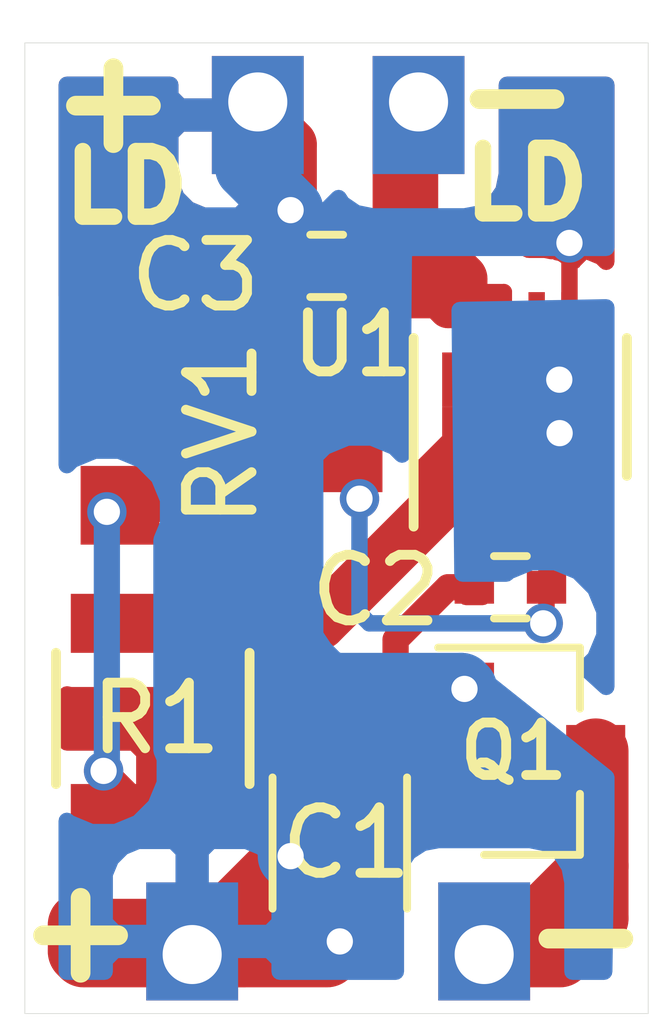
<source format=kicad_pcb>
(kicad_pcb (version 4) (host pcbnew 4.0.4-stable)

  (general
    (links 23)
    (no_connects 0)
    (area 99.994999 99.994999 109.505001 114.805001)
    (thickness 1.6)
    (drawings 10)
    (tracks 120)
    (zones 0)
    (modules 11)
    (nets 8)
  )

  (page A4)
  (layers
    (0 F.Cu mixed)
    (31 B.Cu mixed)
    (32 B.Adhes user)
    (33 F.Adhes user)
    (34 B.Paste user)
    (35 F.Paste user)
    (36 B.SilkS user)
    (37 F.SilkS user)
    (38 B.Mask user)
    (39 F.Mask user)
    (40 Dwgs.User user)
    (41 Cmts.User user)
    (42 Eco1.User user)
    (43 Eco2.User user)
    (44 Edge.Cuts user)
    (45 Margin user)
    (46 B.CrtYd user hide)
    (47 F.CrtYd user)
    (48 B.Fab user hide)
    (49 F.Fab user hide)
  )

  (setup
    (last_trace_width 0.25)
    (user_trace_width 0.4)
    (user_trace_width 0.6)
    (user_trace_width 0.8)
    (user_trace_width 1)
    (user_trace_width 1.2)
    (user_trace_width 1.4)
    (user_trace_width 1.6)
    (trace_clearance 0.2)
    (zone_clearance 0.508)
    (zone_45_only no)
    (trace_min 0.2)
    (segment_width 0.2)
    (edge_width 0.15)
    (via_size 0.6)
    (via_drill 0.4)
    (via_min_size 0.4)
    (via_min_drill 0.3)
    (uvia_size 0.3)
    (uvia_drill 0.1)
    (uvias_allowed no)
    (uvia_min_size 0.2)
    (uvia_min_drill 0.1)
    (pcb_text_width 0.3)
    (pcb_text_size 1.5 1.5)
    (mod_edge_width 0.15)
    (mod_text_size 1 1)
    (mod_text_width 0.15)
    (pad_size 1.524 1.524)
    (pad_drill 0.762)
    (pad_to_mask_clearance 0.2)
    (aux_axis_origin 0 0)
    (visible_elements 7FFEFFFF)
    (pcbplotparams
      (layerselection 0x00030_80000001)
      (usegerberextensions false)
      (excludeedgelayer true)
      (linewidth 0.100000)
      (plotframeref false)
      (viasonmask false)
      (mode 1)
      (useauxorigin false)
      (hpglpennumber 1)
      (hpglpenspeed 20)
      (hpglpendiameter 15)
      (hpglpenoverlay 2)
      (psnegative false)
      (psa4output false)
      (plotreference true)
      (plotvalue true)
      (plotinvisibletext false)
      (padsonsilk false)
      (subtractmaskfromsilk false)
      (outputformat 1)
      (mirror false)
      (drillshape 1)
      (scaleselection 1)
      (outputdirectory ""))
  )

  (net 0 "")
  (net 1 /Vin)
  (net 2 /GNDeff)
  (net 3 "Net-(C2-Pad2)")
  (net 4 "Net-(C3-Pad2)")
  (net 5 /GND)
  (net 6 "Net-(R1-Pad1)")
  (net 7 "Net-(U1-Pad5)")

  (net_class Default "This is the default net class."
    (clearance 0.2)
    (trace_width 0.25)
    (via_dia 0.6)
    (via_drill 0.4)
    (uvia_dia 0.3)
    (uvia_drill 0.1)
    (add_net /GND)
    (add_net /GNDeff)
    (add_net /Vin)
    (add_net "Net-(C2-Pad2)")
    (add_net "Net-(C3-Pad2)")
    (add_net "Net-(R1-Pad1)")
    (add_net "Net-(U1-Pad5)")
  )

  (module Capacitors_SMD:C_1206 (layer F.Cu) (tedit 58A63281) (tstamp 58A63052)
    (at 104.8 112.2 90)
    (descr "Capacitor SMD 1206, reflow soldering, AVX (see smccp.pdf)")
    (tags "capacitor 1206")
    (path /58A4862D)
    (attr smd)
    (fp_text reference C1 (at 0 0.1 180) (layer F.SilkS)
      (effects (font (size 1 1) (thickness 0.15)))
    )
    (fp_text value 10u (at 0 2.3 90) (layer F.Fab)
      (effects (font (size 1 1) (thickness 0.15)))
    )
    (fp_line (start -1.6 0.8) (end -1.6 -0.8) (layer F.Fab) (width 0.1))
    (fp_line (start 1.6 0.8) (end -1.6 0.8) (layer F.Fab) (width 0.1))
    (fp_line (start 1.6 -0.8) (end 1.6 0.8) (layer F.Fab) (width 0.1))
    (fp_line (start -1.6 -0.8) (end 1.6 -0.8) (layer F.Fab) (width 0.1))
    (fp_line (start -2.3 -1.15) (end 2.3 -1.15) (layer F.CrtYd) (width 0.05))
    (fp_line (start -2.3 1.15) (end 2.3 1.15) (layer F.CrtYd) (width 0.05))
    (fp_line (start -2.3 -1.15) (end -2.3 1.15) (layer F.CrtYd) (width 0.05))
    (fp_line (start 2.3 -1.15) (end 2.3 1.15) (layer F.CrtYd) (width 0.05))
    (fp_line (start 1 -1.025) (end -1 -1.025) (layer F.SilkS) (width 0.12))
    (fp_line (start -1 1.025) (end 1 1.025) (layer F.SilkS) (width 0.12))
    (pad 1 smd rect (at -1.5 0 90) (size 1 1.6) (layers F.Cu F.Paste F.Mask)
      (net 1 /Vin))
    (pad 2 smd rect (at 1.5 0 90) (size 1 1.6) (layers F.Cu F.Paste F.Mask)
      (net 2 /GNDeff))
    (model Capacitors_SMD.3dshapes/C_1206.wrl
      (at (xyz 0 0 0))
      (scale (xyz 1 1 1))
      (rotate (xyz 0 0 0))
    )
  )

  (module Capacitors_SMD:C_0402 (layer F.Cu) (tedit 58A6312A) (tstamp 58A63062)
    (at 107.4 108.3)
    (descr "Capacitor SMD 0402, reflow soldering, AVX (see smccp.pdf)")
    (tags "capacitor 0402")
    (path /58A48219)
    (attr smd)
    (fp_text reference C2 (at -2.05 0.05) (layer F.SilkS)
      (effects (font (size 1 1) (thickness 0.15)))
    )
    (fp_text value 0.1u (at 0 1.7) (layer F.Fab)
      (effects (font (size 1 1) (thickness 0.15)))
    )
    (fp_line (start -0.5 0.25) (end -0.5 -0.25) (layer F.Fab) (width 0.1))
    (fp_line (start 0.5 0.25) (end -0.5 0.25) (layer F.Fab) (width 0.1))
    (fp_line (start 0.5 -0.25) (end 0.5 0.25) (layer F.Fab) (width 0.1))
    (fp_line (start -0.5 -0.25) (end 0.5 -0.25) (layer F.Fab) (width 0.1))
    (fp_line (start -1.15 -0.6) (end 1.15 -0.6) (layer F.CrtYd) (width 0.05))
    (fp_line (start -1.15 0.6) (end 1.15 0.6) (layer F.CrtYd) (width 0.05))
    (fp_line (start -1.15 -0.6) (end -1.15 0.6) (layer F.CrtYd) (width 0.05))
    (fp_line (start 1.15 -0.6) (end 1.15 0.6) (layer F.CrtYd) (width 0.05))
    (fp_line (start 0.25 -0.475) (end -0.25 -0.475) (layer F.SilkS) (width 0.12))
    (fp_line (start -0.25 0.475) (end 0.25 0.475) (layer F.SilkS) (width 0.12))
    (pad 1 smd rect (at -0.55 0) (size 0.6 0.5) (layers F.Cu F.Paste F.Mask)
      (net 2 /GNDeff))
    (pad 2 smd rect (at 0.55 0) (size 0.6 0.5) (layers F.Cu F.Paste F.Mask)
      (net 3 "Net-(C2-Pad2)"))
    (model Capacitors_SMD.3dshapes/C_0402.wrl
      (at (xyz 0 0 0))
      (scale (xyz 1 1 1))
      (rotate (xyz 0 0 0))
    )
  )

  (module Capacitors_SMD:C_0402 (layer F.Cu) (tedit 58A63303) (tstamp 58A63072)
    (at 104.6 103.4)
    (descr "Capacitor SMD 0402, reflow soldering, AVX (see smccp.pdf)")
    (tags "capacitor 0402")
    (path /58A481A2)
    (attr smd)
    (fp_text reference C3 (at -2 0.15) (layer F.SilkS)
      (effects (font (size 1 1) (thickness 0.15)))
    )
    (fp_text value 0.1u (at 0 1.7) (layer F.Fab)
      (effects (font (size 1 1) (thickness 0.15)))
    )
    (fp_line (start -0.5 0.25) (end -0.5 -0.25) (layer F.Fab) (width 0.1))
    (fp_line (start 0.5 0.25) (end -0.5 0.25) (layer F.Fab) (width 0.1))
    (fp_line (start 0.5 -0.25) (end 0.5 0.25) (layer F.Fab) (width 0.1))
    (fp_line (start -0.5 -0.25) (end 0.5 -0.25) (layer F.Fab) (width 0.1))
    (fp_line (start -1.15 -0.6) (end 1.15 -0.6) (layer F.CrtYd) (width 0.05))
    (fp_line (start -1.15 0.6) (end 1.15 0.6) (layer F.CrtYd) (width 0.05))
    (fp_line (start -1.15 -0.6) (end -1.15 0.6) (layer F.CrtYd) (width 0.05))
    (fp_line (start 1.15 -0.6) (end 1.15 0.6) (layer F.CrtYd) (width 0.05))
    (fp_line (start 0.25 -0.475) (end -0.25 -0.475) (layer F.SilkS) (width 0.12))
    (fp_line (start -0.25 0.475) (end 0.25 0.475) (layer F.SilkS) (width 0.12))
    (pad 1 smd rect (at -0.55 0) (size 0.6 0.5) (layers F.Cu F.Paste F.Mask)
      (net 1 /Vin))
    (pad 2 smd rect (at 0.55 0) (size 0.6 0.5) (layers F.Cu F.Paste F.Mask)
      (net 4 "Net-(C3-Pad2)"))
    (model Capacitors_SMD.3dshapes/C_0402.wrl
      (at (xyz 0 0 0))
      (scale (xyz 1 1 1))
      (rotate (xyz 0 0 0))
    )
  )

  (module linear_rect_driver:LDpad (layer F.Cu) (tedit 58A63080) (tstamp 58A63077)
    (at 103 113.85 270)
    (path /58A48B2F)
    (fp_text reference P1 (at 2.25 0.7 270) (layer F.SilkS) hide
      (effects (font (size 1 1) (thickness 0.15)))
    )
    (fp_text value V+ (at 0.15 -2.75 270) (layer F.Fab)
      (effects (font (size 1 1) (thickness 0.15)))
    )
    (pad 1 thru_hole rect (at 0.05 0.45 270) (size 1.8 1.4) (drill 0.9 (offset -0.2 0)) (layers *.Cu *.Mask)
      (net 1 /Vin))
  )

  (module linear_rect_driver:LDpad (layer F.Cu) (tedit 58A6307A) (tstamp 58A6307C)
    (at 107.45 113.85 270)
    (path /58A48B8B)
    (fp_text reference P2 (at 2.15 -1.1 270) (layer F.SilkS) hide
      (effects (font (size 1 1) (thickness 0.15)))
    )
    (fp_text value V- (at 0.15 -2.75 270) (layer F.Fab)
      (effects (font (size 1 1) (thickness 0.15)))
    )
    (pad 1 thru_hole rect (at 0.05 0.45 270) (size 1.8 1.4) (drill 0.9 (offset -0.2 0)) (layers *.Cu *.Mask)
      (net 5 /GND))
  )

  (module linear_rect_driver:LDpad (layer F.Cu) (tedit 58A62FA5) (tstamp 58A63081)
    (at 103.1 100.95 90)
    (path /58A48A8F)
    (fp_text reference P3 (at 2 0 90) (layer F.SilkS) hide
      (effects (font (size 1 1) (thickness 0.15)))
    )
    (fp_text value LD+ (at 0.15 -2.75 90) (layer F.Fab)
      (effects (font (size 1 1) (thickness 0.15)))
    )
    (pad 1 thru_hole rect (at 0.05 0.45 90) (size 1.8 1.4) (drill 0.9 (offset -0.2 0)) (layers *.Cu *.Mask)
      (net 1 /Vin))
  )

  (module linear_rect_driver:LDpad (layer F.Cu) (tedit 58A62FA0) (tstamp 58A63086)
    (at 105.55 100.95 90)
    (path /58A48ADE)
    (fp_text reference P4 (at 1.9 0.6 90) (layer F.SilkS) hide
      (effects (font (size 1 1) (thickness 0.15)))
    )
    (fp_text value LD- (at 0.15 -2.75 90) (layer F.Fab)
      (effects (font (size 1 1) (thickness 0.15)))
    )
    (pad 1 thru_hole rect (at 0.05 0.45 90) (size 1.8 1.4) (drill 0.9 (offset -0.2 0)) (layers *.Cu *.Mask)
      (net 4 "Net-(C3-Pad2)"))
  )

  (module TO_SOT_Packages_SMD:SOT-23 (layer F.Cu) (tedit 58A6329A) (tstamp 58A6309A)
    (at 107.7 110.8)
    (descr "SOT-23, Standard")
    (tags SOT-23)
    (path /58A4844D)
    (attr smd)
    (fp_text reference Q1 (at -0.25 0) (layer F.SilkS)
      (effects (font (size 0.8 0.8) (thickness 0.15)))
    )
    (fp_text value Q_NMOS_GSD (at 0 2.5) (layer F.Fab)
      (effects (font (size 1 1) (thickness 0.15)))
    )
    (fp_line (start -0.7 -0.95) (end -0.7 1.5) (layer F.Fab) (width 0.1))
    (fp_line (start -0.15 -1.52) (end 0.7 -1.52) (layer F.Fab) (width 0.1))
    (fp_line (start -0.7 -0.95) (end -0.15 -1.52) (layer F.Fab) (width 0.1))
    (fp_line (start 0.7 -1.52) (end 0.7 1.52) (layer F.Fab) (width 0.1))
    (fp_line (start -0.7 1.52) (end 0.7 1.52) (layer F.Fab) (width 0.1))
    (fp_line (start 0.76 1.58) (end 0.76 0.65) (layer F.SilkS) (width 0.12))
    (fp_line (start 0.76 -1.58) (end 0.76 -0.65) (layer F.SilkS) (width 0.12))
    (fp_line (start -1.7 -1.75) (end 1.7 -1.75) (layer F.CrtYd) (width 0.05))
    (fp_line (start 1.7 -1.75) (end 1.7 1.75) (layer F.CrtYd) (width 0.05))
    (fp_line (start 1.7 1.75) (end -1.7 1.75) (layer F.CrtYd) (width 0.05))
    (fp_line (start -1.7 1.75) (end -1.7 -1.75) (layer F.CrtYd) (width 0.05))
    (fp_line (start 0.76 -1.58) (end -1.4 -1.58) (layer F.SilkS) (width 0.12))
    (fp_line (start 0.76 1.58) (end -0.7 1.58) (layer F.SilkS) (width 0.12))
    (pad 1 smd rect (at -1 -0.95) (size 0.9 0.8) (layers F.Cu F.Paste F.Mask)
      (net 1 /Vin))
    (pad 2 smd rect (at -1 0.95) (size 0.9 0.8) (layers F.Cu F.Paste F.Mask)
      (net 2 /GNDeff))
    (pad 3 smd rect (at 1 0) (size 0.9 0.8) (layers F.Cu F.Paste F.Mask)
      (net 5 /GND))
    (model TO_SOT_Packages_SMD.3dshapes/SOT-23.wrl
      (at (xyz 0 0 0))
      (scale (xyz 1 1 1))
      (rotate (xyz 0 0 90))
    )
  )

  (module Resistors_SMD:R_1210 (layer F.Cu) (tedit 58A632CC) (tstamp 58A630AA)
    (at 101.95 110.3 270)
    (descr "Resistor SMD 1210, reflow soldering, Vishay (see dcrcw.pdf)")
    (tags "resistor 1210")
    (path /58A483D9)
    (attr smd)
    (fp_text reference R1 (at 0 -0.05 360) (layer F.SilkS)
      (effects (font (size 1 1) (thickness 0.15)))
    )
    (fp_text value 0.15 (at 0 2.7 270) (layer F.Fab)
      (effects (font (size 1 1) (thickness 0.15)))
    )
    (fp_line (start -1.6 1.25) (end -1.6 -1.25) (layer F.Fab) (width 0.1))
    (fp_line (start 1.6 1.25) (end -1.6 1.25) (layer F.Fab) (width 0.1))
    (fp_line (start 1.6 -1.25) (end 1.6 1.25) (layer F.Fab) (width 0.1))
    (fp_line (start -1.6 -1.25) (end 1.6 -1.25) (layer F.Fab) (width 0.1))
    (fp_line (start -2.2 -1.6) (end 2.2 -1.6) (layer F.CrtYd) (width 0.05))
    (fp_line (start -2.2 1.6) (end 2.2 1.6) (layer F.CrtYd) (width 0.05))
    (fp_line (start -2.2 -1.6) (end -2.2 1.6) (layer F.CrtYd) (width 0.05))
    (fp_line (start 2.2 -1.6) (end 2.2 1.6) (layer F.CrtYd) (width 0.05))
    (fp_line (start 1 1.475) (end -1 1.475) (layer F.SilkS) (width 0.15))
    (fp_line (start -1 -1.475) (end 1 -1.475) (layer F.SilkS) (width 0.15))
    (pad 1 smd rect (at -1.45 0 270) (size 0.9 2.5) (layers F.Cu F.Paste F.Mask)
      (net 6 "Net-(R1-Pad1)"))
    (pad 2 smd rect (at 1.45 0 270) (size 0.9 2.5) (layers F.Cu F.Paste F.Mask)
      (net 2 /GNDeff))
    (model Resistors_SMD.3dshapes/R_1210.wrl
      (at (xyz 0 0 0))
      (scale (xyz 1 1 1))
      (rotate (xyz 0 0 0))
    )
  )

  (module linear_rect_driver:POT-TC33 (layer F.Cu) (tedit 58A63279) (tstamp 58A630B1)
    (at 103.95 106.05 270)
    (path /58A488A0)
    (fp_text reference RV1 (at -0.1 0.95 270) (layer F.SilkS)
      (effects (font (size 1 1) (thickness 0.15)))
    )
    (fp_text value 20k (at 0.05 -5.5 270) (layer F.Fab)
      (effects (font (size 1 1) (thickness 0.15)))
    )
    (pad 3 smd rect (at 1 2.5 270) (size 1.2 1.2) (layers F.Cu F.Paste F.Mask)
      (net 2 /GNDeff))
    (pad 2 smd rect (at 0 -0.75 270) (size 1.6 1.5) (layers F.Cu F.Paste F.Mask)
      (net 3 "Net-(C2-Pad2)"))
    (pad 1 smd rect (at -1 2.5 270) (size 1.2 1.2) (layers F.Cu F.Paste F.Mask)
      (net 3 "Net-(C2-Pad2)"))
  )

  (module linear_rect_driver:DFN8-LT3080 (layer F.Cu) (tedit 58A632FB) (tstamp 58A630CC)
    (at 107.55 105.55 90)
    (descr "DD Package; 8-Lead Plastic DFN (3mm x 3mm) (see Linear Technology DFN_8_05-08-1698.pdf)")
    (tags "DFN 0.5")
    (path /58A39D4C)
    (attr smd)
    (fp_text reference U1 (at 0.95 -2.55 180) (layer F.SilkS)
      (effects (font (size 0.9 0.9) (thickness 0.15)))
    )
    (fp_text value LT3080 (at 0 2.55 90) (layer F.Fab)
      (effects (font (size 1 1) (thickness 0.15)))
    )
    (fp_line (start -0.5 -1.5) (end 1.5 -1.5) (layer F.Fab) (width 0.15))
    (fp_line (start 1.5 -1.5) (end 1.5 1.5) (layer F.Fab) (width 0.15))
    (fp_line (start 1.5 1.5) (end -1.5 1.5) (layer F.Fab) (width 0.15))
    (fp_line (start -1.5 1.5) (end -1.5 -0.5) (layer F.Fab) (width 0.15))
    (fp_line (start -1.5 -0.5) (end -0.5 -1.5) (layer F.Fab) (width 0.15))
    (fp_line (start -2 -1.8) (end -2 1.8) (layer F.CrtYd) (width 0.05))
    (fp_line (start 2 -1.8) (end 2 1.8) (layer F.CrtYd) (width 0.05))
    (fp_line (start -2 -1.8) (end 2 -1.8) (layer F.CrtYd) (width 0.05))
    (fp_line (start -2 1.8) (end 2 1.8) (layer F.CrtYd) (width 0.05))
    (fp_line (start -1.05 1.625) (end 1.05 1.625) (layer F.SilkS) (width 0.15))
    (fp_line (start -1.825 -1.625) (end 1.05 -1.625) (layer F.SilkS) (width 0.15))
    (pad 1 smd rect (at -1.4 -0.75 90) (size 0.7 0.25) (layers F.Cu F.Paste F.Mask)
      (net 6 "Net-(R1-Pad1)"))
    (pad 1 smd rect (at -1.4 -0.25 90) (size 0.7 0.25) (layers F.Cu F.Paste F.Mask)
      (net 6 "Net-(R1-Pad1)"))
    (pad 1 smd rect (at -1.4 0.25 90) (size 0.7 0.25) (layers F.Cu F.Paste F.Mask)
      (net 6 "Net-(R1-Pad1)"))
    (pad 2 smd rect (at -1.4 0.75 90) (size 0.7 0.25) (layers F.Cu F.Paste F.Mask)
      (net 3 "Net-(C2-Pad2)"))
    (pad 3 smd rect (at 1.4 0.75 90) (size 0.7 0.25) (layers F.Cu F.Paste F.Mask)
      (net 1 /Vin))
    (pad 5 smd rect (at 1.4 0.25 90) (size 0.7 0.25) (layers F.Cu F.Paste F.Mask)
      (net 7 "Net-(U1-Pad5)"))
    (pad 4 smd rect (at 1.4 -0.25 90) (size 0.7 0.25) (layers F.Cu F.Paste F.Mask)
      (net 4 "Net-(C3-Pad2)"))
    (pad 4 smd rect (at 1.4 -0.75 90) (size 0.7 0.25) (layers F.Cu F.Paste F.Mask)
      (net 4 "Net-(C3-Pad2)"))
    (pad 1 smd rect (at 0.415 0.595 90) (size 0.83 1.19) (layers F.Cu F.Paste F.Mask)
      (net 6 "Net-(R1-Pad1)") (solder_paste_margin_ratio -0.2))
    (pad 1 smd rect (at 0.415 -0.595 90) (size 0.83 1.19) (layers F.Cu F.Paste F.Mask)
      (net 6 "Net-(R1-Pad1)") (solder_paste_margin_ratio -0.2))
    (pad 1 smd rect (at -0.415 0.595 90) (size 0.83 1.19) (layers F.Cu F.Paste F.Mask)
      (net 6 "Net-(R1-Pad1)") (solder_paste_margin_ratio -0.2))
    (pad 1 smd rect (at -0.415 -0.595 90) (size 0.83 1.19) (layers F.Cu F.Paste F.Mask)
      (net 6 "Net-(R1-Pad1)") (solder_paste_margin_ratio -0.2))
    (model Housings_DFN_QFN.3dshapes/DFN-8-1EP_3x3mm_Pitch0.5mm.wrl
      (at (xyz 0 0 0))
      (scale (xyz 1 1 1))
      (rotate (xyz 0 0 0))
    )
  )

  (gr_text - (at 108.55 113.55) (layer F.SilkS)
    (effects (font (size 1.5 1.5) (thickness 0.3)))
  )
  (gr_text + (at 100.85 113.5) (layer F.SilkS)
    (effects (font (size 1.5 1.5) (thickness 0.3)))
  )
  (gr_text - (at 107.5 100.75) (layer F.SilkS)
    (effects (font (size 1.5 1.5) (thickness 0.3)))
  )
  (gr_text + (at 101.35 100.85) (layer F.SilkS)
    (effects (font (size 1.5 1.5) (thickness 0.3)))
  )
  (gr_text LD (at 107.65 102.15) (layer F.SilkS)
    (effects (font (size 1 1) (thickness 0.25)))
  )
  (gr_text LD (at 101.55 102.2) (layer F.SilkS)
    (effects (font (size 1 1) (thickness 0.25)))
  )
  (gr_line (start 100 114.8) (end 100 100) (angle 90) (layer Edge.Cuts) (width 0.01))
  (gr_line (start 109.5 114.8) (end 100 114.8) (angle 90) (layer Edge.Cuts) (width 0.01))
  (gr_line (start 109.5 100) (end 109.5 114.8) (angle 90) (layer Edge.Cuts) (width 0.01))
  (gr_line (start 100 100) (end 109.5 100) (angle 90) (layer Edge.Cuts) (width 0.01))

  (segment (start 102.55 113.9) (end 100.9 113.9) (width 1) (layer F.Cu) (net 1))
  (segment (start 100.95 113.55) (end 102.2 113.55) (width 1) (layer F.Cu) (net 1) (tstamp 58A6E4DC))
  (segment (start 100.85 113.45) (end 100.95 113.55) (width 1) (layer F.Cu) (net 1) (tstamp 58A6E4DB))
  (segment (start 100.85 113.85) (end 100.85 113.45) (width 1) (layer F.Cu) (net 1) (tstamp 58A6E4DA))
  (segment (start 100.9 113.9) (end 100.85 113.85) (width 1) (layer F.Cu) (net 1) (tstamp 58A6E4D8))
  (segment (start 108.3 104.15) (end 108.3 103.05) (width 0.25) (layer F.Cu) (net 1))
  (via (at 108.3 103.05) (size 0.6) (drill 0.4) (layers F.Cu B.Cu) (net 1))
  (segment (start 104.05 103.4) (end 104.05 101.55) (width 0.8) (layer F.Cu) (net 1))
  (segment (start 104.05 101.55) (end 103.4 100.9) (width 0.8) (layer F.Cu) (net 1) (tstamp 58A6383E))
  (via (at 106.7 109.85) (size 0.6) (drill 0.4) (layers F.Cu B.Cu) (net 1))
  (segment (start 104.05 109.8) (end 106.65 109.8) (width 1) (layer B.Cu) (net 1) (tstamp 58A63806))
  (segment (start 106.65 109.8) (end 106.7 109.85) (width 1) (layer B.Cu) (net 1) (tstamp 58A63805))
  (segment (start 104.45 113.6) (end 104.45 112.8) (width 1) (layer B.Cu) (net 1))
  (segment (start 104.8 113.7) (end 104.7 113.6) (width 1) (layer B.Cu) (net 1) (tstamp 58A6371B))
  (segment (start 104.45 113.6) (end 104.7 113.6) (width 1) (layer B.Cu) (net 1) (tstamp 58A6371C))
  (via (at 104.8 113.7) (size 0.6) (drill 0.4) (layers F.Cu B.Cu) (net 1))
  (segment (start 104.45 112.8) (end 104.05 112.4) (width 1) (layer B.Cu) (net 1) (tstamp 58A6371F))
  (segment (start 104.05 112.4) (end 102.55 113.9) (width 1) (layer F.Cu) (net 1))
  (segment (start 102.55 113.9) (end 103.35 113.9) (width 1) (layer F.Cu) (net 1) (tstamp 58A63705))
  (segment (start 103.35 113.9) (end 103.95 113.3) (width 1) (layer F.Cu) (net 1) (tstamp 58A63706))
  (via (at 104.05 112.4) (size 0.6) (drill 0.4) (layers F.Cu B.Cu) (net 1))
  (segment (start 104.05 112.4) (end 104.25 112.4) (width 1) (layer F.Cu) (net 1) (tstamp 58A636CE))
  (segment (start 103.4 100.9) (end 103.4 101.9) (width 1) (layer B.Cu) (net 1))
  (segment (start 103.4 101.9) (end 104.05 102.55) (width 1) (layer B.Cu) (net 1) (tstamp 58A636A6))
  (segment (start 104.05 102.55) (end 104.05 109.8) (width 1) (layer B.Cu) (net 1) (tstamp 58A636AC))
  (segment (start 104.05 109.8) (end 104.05 112.4) (width 1) (layer B.Cu) (net 1) (tstamp 58A63817))
  (via (at 104.05 102.55) (size 0.6) (drill 0.4) (layers F.Cu B.Cu) (net 1))
  (segment (start 104.05 103.4) (end 104.05 102.55) (width 0.25) (layer F.Cu) (net 1))
  (segment (start 102.55 113.9) (end 104.6 113.9) (width 1) (layer F.Cu) (net 1))
  (segment (start 104.6 113.9) (end 104.8 113.7) (width 1) (layer F.Cu) (net 1) (tstamp 58A634BE))
  (segment (start 101.95 111.75) (end 101.85 111.75) (width 0.4) (layer F.Cu) (net 2))
  (segment (start 101.85 111.75) (end 101.2 111.1) (width 0.4) (layer F.Cu) (net 2) (tstamp 58A63911))
  (segment (start 101.25 107.15) (end 101.35 107.05) (width 0.4) (layer F.Cu) (net 2) (tstamp 58A63918))
  (via (at 101.25 107.15) (size 0.6) (drill 0.4) (layers F.Cu B.Cu) (net 2))
  (segment (start 101.25 111.05) (end 101.25 107.15) (width 0.4) (layer B.Cu) (net 2) (tstamp 58A63916))
  (segment (start 101.2 111.1) (end 101.25 111.05) (width 0.4) (layer B.Cu) (net 2) (tstamp 58A63915))
  (via (at 101.2 111.1) (size 0.6) (drill 0.4) (layers F.Cu B.Cu) (net 2))
  (segment (start 101.35 107.05) (end 101.45 107.05) (width 0.4) (layer F.Cu) (net 2) (tstamp 58A63919))
  (segment (start 104.8 110.7) (end 104.85 110.7) (width 0.4) (layer F.Cu) (net 2))
  (segment (start 104.85 110.7) (end 105.65 109.9) (width 0.4) (layer F.Cu) (net 2) (tstamp 58A634D6))
  (segment (start 106.45 108.3) (end 106.85 108.3) (width 0.4) (layer F.Cu) (net 2) (tstamp 58A634D9))
  (segment (start 105.65 109.1) (end 106.45 108.3) (width 0.4) (layer F.Cu) (net 2) (tstamp 58A634D8))
  (segment (start 105.65 109.9) (end 105.65 109.1) (width 0.4) (layer F.Cu) (net 2) (tstamp 58A634D7))
  (segment (start 104.8 110.7) (end 104.9 110.7) (width 1) (layer F.Cu) (net 2))
  (segment (start 104.9 110.7) (end 105.95 111.75) (width 1) (layer F.Cu) (net 2) (tstamp 58A634C3))
  (segment (start 105.95 111.75) (end 106.7 111.75) (width 1) (layer F.Cu) (net 2) (tstamp 58A634C4))
  (segment (start 101.95 111.75) (end 102.65 111.75) (width 1) (layer F.Cu) (net 2))
  (segment (start 102.65 111.75) (end 103.7 110.7) (width 1) (layer F.Cu) (net 2) (tstamp 58A634C0))
  (segment (start 103.7 110.7) (end 104.8 110.7) (width 1) (layer F.Cu) (net 2) (tstamp 58A634C1))
  (segment (start 104.7 106.05) (end 104.7 106.55) (width 0.25) (layer F.Cu) (net 3))
  (segment (start 104.7 106.55) (end 105.1 106.95) (width 0.25) (layer F.Cu) (net 3) (tstamp 58A63A80))
  (segment (start 107.95 108.8) (end 107.95 108.3) (width 0.25) (layer F.Cu) (net 3) (tstamp 58A63A92))
  (segment (start 107.9 108.85) (end 107.95 108.8) (width 0.25) (layer F.Cu) (net 3) (tstamp 58A63A91))
  (via (at 107.9 108.85) (size 0.6) (drill 0.4) (layers F.Cu B.Cu) (net 3))
  (segment (start 105.25 108.85) (end 107.9 108.85) (width 0.25) (layer B.Cu) (net 3) (tstamp 58A63A89))
  (segment (start 105.1 108.7) (end 105.25 108.85) (width 0.25) (layer B.Cu) (net 3) (tstamp 58A63A88))
  (segment (start 105.1 106.95) (end 105.1 108.7) (width 0.25) (layer B.Cu) (net 3) (tstamp 58A63A87))
  (via (at 105.1 106.95) (size 0.6) (drill 0.4) (layers F.Cu B.Cu) (net 3))
  (segment (start 108.300002 107) (end 108.250002 106.95) (width 0.25) (layer F.Cu) (net 3) (tstamp 58A637B8))
  (segment (start 108.250002 106.95) (end 108.3 106.95) (width 0.25) (layer F.Cu) (net 3) (tstamp 58A637B9))
  (segment (start 101.45 105.05) (end 103.7 105.05) (width 0.4) (layer F.Cu) (net 3))
  (segment (start 103.7 105.05) (end 104.7 106.05) (width 0.4) (layer F.Cu) (net 3) (tstamp 58A6379D))
  (segment (start 107.95 108.3) (end 107.95 107.95) (width 0.25) (layer F.Cu) (net 3))
  (segment (start 108.3 107.6) (end 108.3 106.95) (width 0.25) (layer F.Cu) (net 3) (tstamp 58A634D3))
  (segment (start 107.95 107.95) (end 108.3 107.6) (width 0.25) (layer F.Cu) (net 3) (tstamp 58A634D2))
  (segment (start 106.65 103.9) (end 106.65 103.6) (width 0.8) (layer F.Cu) (net 4))
  (segment (start 106.65 103.6) (end 106.3 103.25) (width 0.8) (layer F.Cu) (net 4) (tstamp 58A63C8E))
  (segment (start 105.8 102.9) (end 105.8 103.4) (width 0.6) (layer F.Cu) (net 4))
  (segment (start 106.45 104.05) (end 105.8 103.4) (width 0.6) (layer F.Cu) (net 4) (tstamp 58A6354E))
  (segment (start 106.45 104.05) (end 106.8 104.05) (width 0.6) (layer F.Cu) (net 4))
  (segment (start 106.8 104.15) (end 106.8 104.05) (width 0.6) (layer F.Cu) (net 4))
  (segment (start 106.8 104.05) (end 106.8 104.05) (width 0.6) (layer F.Cu) (net 4) (tstamp 58A6354C))
  (segment (start 106.8 104.05) (end 106.65 103.9) (width 0.6) (layer F.Cu) (net 4) (tstamp 58A63548))
  (segment (start 106.65 103.9) (end 105.65 103.9) (width 0.6) (layer F.Cu) (net 4) (tstamp 58A63549))
  (segment (start 105.65 103.9) (end 105.15 103.4) (width 0.6) (layer F.Cu) (net 4) (tstamp 58A6354A))
  (segment (start 106.8 104.15) (end 106.95 104.15) (width 0.25) (layer F.Cu) (net 4))
  (segment (start 106.95 104.15) (end 107.3 103.8) (width 0.25) (layer F.Cu) (net 4) (tstamp 58A63543))
  (segment (start 107.3 103.8) (end 107.3 104.15) (width 0.25) (layer F.Cu) (net 4) (tstamp 58A63544))
  (segment (start 107.3 104.15) (end 107.2 104.15) (width 0.25) (layer F.Cu) (net 4))
  (segment (start 107.2 104.15) (end 106.85 103.8) (width 0.25) (layer F.Cu) (net 4) (tstamp 58A63541))
  (segment (start 106.85 103.8) (end 106.8 104.15) (width 0.25) (layer F.Cu) (net 4) (tstamp 58A63542))
  (segment (start 107.3 104.15) (end 106.8 104.15) (width 0.25) (layer F.Cu) (net 4))
  (segment (start 106.8 104.15) (end 106.8 103.8) (width 0.25) (layer F.Cu) (net 4))
  (segment (start 106.8 103.8) (end 107.3 103.8) (width 0.25) (layer F.Cu) (net 4) (tstamp 58A6353B))
  (segment (start 107.3 103.8) (end 107.3 104.15) (width 0.25) (layer F.Cu) (net 4) (tstamp 58A6353C))
  (segment (start 105.15 103.4) (end 105.3 103.4) (width 0.6) (layer F.Cu) (net 4))
  (segment (start 105.3 103.4) (end 105.8 102.9) (width 0.6) (layer F.Cu) (net 4) (tstamp 58A63523))
  (segment (start 105.8 102.9) (end 105.8 100.9) (width 1) (layer F.Cu) (net 4) (tstamp 58A63524))
  (segment (start 107 113.9) (end 107.35 113.9) (width 1) (layer F.Cu) (net 5))
  (segment (start 107.35 113.9) (end 108.7 112.55) (width 1) (layer F.Cu) (net 5) (tstamp 58A6E4F4))
  (segment (start 107 113.9) (end 108.15 113.9) (width 1) (layer F.Cu) (net 5))
  (segment (start 108.7 113.35) (end 108.7 112.55) (width 1) (layer F.Cu) (net 5) (tstamp 58A634C7))
  (segment (start 108.7 112.55) (end 108.7 110.8) (width 1) (layer F.Cu) (net 5) (tstamp 58A6E4F8))
  (segment (start 108.15 113.9) (end 108.7 113.35) (width 1) (layer F.Cu) (net 5) (tstamp 58A634C6))
  (via (at 108.145 105.135) (size 0.6) (drill 0.4) (layers F.Cu B.Cu) (net 6))
  (segment (start 108.145 105.955) (end 108.15 105.95) (width 0.4) (layer F.Cu) (net 6) (tstamp 58A63A36))
  (via (at 108.15 105.95) (size 0.6) (drill 0.4) (layers F.Cu B.Cu) (net 6))
  (segment (start 108.15 105.14) (end 108.15 105.95) (width 0.4) (layer B.Cu) (net 6) (tstamp 58A63A33))
  (segment (start 108.15 105.14) (end 108.145 105.135) (width 0.4) (layer B.Cu) (net 6) (tstamp 58A63A32))
  (segment (start 108.145 105.955) (end 108.145 105.965) (width 0.4) (layer F.Cu) (net 6) (tstamp 58A63A37))
  (segment (start 101.95 108.85) (end 104.5 108.85) (width 0.8) (layer F.Cu) (net 6))
  (segment (start 106.3 106.62) (end 106.955 105.965) (width 0.8) (layer F.Cu) (net 6) (tstamp 58A638B6))
  (segment (start 106.3 107.05) (end 106.3 106.62) (width 0.8) (layer F.Cu) (net 6) (tstamp 58A638AF))
  (segment (start 104.5 108.85) (end 106.3 107.05) (width 0.8) (layer F.Cu) (net 6) (tstamp 58A638AB))
  (segment (start 106.685 105.965) (end 106.955 105.965) (width 0.6) (layer F.Cu) (net 6) (tstamp 58A6360B))
  (segment (start 106.8 106.4) (end 106.8 106.12) (width 0.4) (layer F.Cu) (net 6))
  (segment (start 106.8 106.12) (end 106.955 105.965) (width 0.4) (layer F.Cu) (net 6) (tstamp 58A63512))
  (segment (start 106.8 106.4) (end 107.65 106.4) (width 0.4) (layer F.Cu) (net 6))
  (segment (start 106.955 105.135) (end 107.315 105.135) (width 0.8) (layer F.Cu) (net 6))
  (segment (start 107.315 105.135) (end 108.145 105.965) (width 0.8) (layer F.Cu) (net 6) (tstamp 58A63508))
  (segment (start 106.955 105.135) (end 106.955 105.965) (width 0.8) (layer F.Cu) (net 6))
  (segment (start 108.145 105.965) (end 108.145 105.135) (width 0.8) (layer F.Cu) (net 6))
  (segment (start 108.145 105.135) (end 106.955 105.135) (width 0.8) (layer F.Cu) (net 6) (tstamp 58A63503))
  (segment (start 106.955 105.965) (end 108.145 105.965) (width 0.8) (layer F.Cu) (net 6))
  (segment (start 107.8 106.95) (end 107.8 106.31) (width 0.25) (layer F.Cu) (net 6))
  (segment (start 107.8 106.31) (end 108.145 105.965) (width 0.25) (layer F.Cu) (net 6) (tstamp 58A634FF))
  (segment (start 107.3 106.95) (end 107.3 106.31) (width 0.25) (layer F.Cu) (net 6))
  (segment (start 107.3 106.31) (end 106.955 105.965) (width 0.25) (layer F.Cu) (net 6) (tstamp 58A634FD))
  (segment (start 106.8 106.95) (end 106.8 106.4) (width 0.25) (layer F.Cu) (net 6))
  (segment (start 106.8 106.12) (end 106.955 105.965) (width 0.25) (layer F.Cu) (net 6) (tstamp 58A634FB))

  (zone (net 1) (net_name /Vin) (layer B.Cu) (tstamp 58A639A2) (hatch edge 0.508)
    (connect_pads (clearance 0.508))
    (min_thickness 0.254)
    (fill yes (arc_segments 16) (thermal_gap 0.508) (thermal_bridge_width 0.508))
    (polygon
      (pts
        (xy 109.2 100.2) (xy 100.35 100.25) (xy 100.4 114.5) (xy 108.95 114.5) (xy 109 111.15)
        (xy 106.8 109.4) (xy 105.85 109.4) (xy 105.9 103.25) (xy 109.25 103.25)
      )
    )
    (filled_polygon
      (pts
        (xy 102.215 100.81425) (xy 102.37375 100.973) (xy 103.423 100.973) (xy 103.423 100.953) (xy 103.677 100.953)
        (xy 103.677 100.973) (xy 103.697 100.973) (xy 103.697 101.227) (xy 103.677 101.227) (xy 103.677 102.47625)
        (xy 103.83575 102.635) (xy 104.37631 102.635) (xy 104.609699 102.538327) (xy 104.781359 102.366666) (xy 104.83591 102.451441)
        (xy 105.04811 102.596431) (xy 105.3 102.64744) (xy 106.7 102.64744) (xy 106.935317 102.603162) (xy 107.151441 102.46409)
        (xy 107.296431 102.25189) (xy 107.34744 102) (xy 107.34744 100.64) (xy 108.86 100.64) (xy 108.86 103.123)
        (xy 105.9 103.123) (xy 105.85059 103.133006) (xy 105.808965 103.161447) (xy 105.781685 103.203841) (xy 105.773004 103.248968)
        (xy 105.748393 106.276081) (xy 105.630327 106.157808) (xy 105.286799 106.015162) (xy 104.914833 106.014838) (xy 104.571057 106.156883)
        (xy 104.307808 106.419673) (xy 104.165162 106.763201) (xy 104.164838 107.135167) (xy 104.306883 107.478943) (xy 104.34 107.512118)
        (xy 104.34 108.7) (xy 104.397852 108.990839) (xy 104.562599 109.237401) (xy 104.712599 109.387401) (xy 104.959161 109.552148)
        (xy 105.25 109.61) (xy 106.859993 109.61) (xy 108.86 111.200915) (xy 108.86 112.020022) (xy 108.82806 114.16)
        (xy 108.34744 114.16) (xy 108.34744 112.8) (xy 108.303162 112.564683) (xy 108.16409 112.348559) (xy 107.95189 112.203569)
        (xy 107.7 112.15256) (xy 106.3 112.15256) (xy 106.064683 112.196838) (xy 105.848559 112.33591) (xy 105.703569 112.54811)
        (xy 105.65256 112.8) (xy 105.65256 114.16) (xy 103.885 114.16) (xy 103.885 113.98575) (xy 103.72625 113.827)
        (xy 102.677 113.827) (xy 102.677 113.847) (xy 102.423 113.847) (xy 102.423 113.827) (xy 101.37375 113.827)
        (xy 101.215 113.98575) (xy 101.215 114.16) (xy 100.64 114.16) (xy 100.64 112.673691) (xy 101.215 112.673691)
        (xy 101.215 113.41425) (xy 101.37375 113.573) (xy 102.423 113.573) (xy 102.423 112.32375) (xy 102.677 112.32375)
        (xy 102.677 113.573) (xy 103.72625 113.573) (xy 103.885 113.41425) (xy 103.885 112.673691) (xy 103.788327 112.440302)
        (xy 103.609699 112.261673) (xy 103.37631 112.165) (xy 102.83575 112.165) (xy 102.677 112.32375) (xy 102.423 112.32375)
        (xy 102.26425 112.165) (xy 101.72369 112.165) (xy 101.490301 112.261673) (xy 101.311673 112.440302) (xy 101.215 112.673691)
        (xy 100.64 112.673691) (xy 100.64 111.862467) (xy 100.669673 111.892192) (xy 101.013201 112.034838) (xy 101.385167 112.035162)
        (xy 101.728943 111.893117) (xy 101.992192 111.630327) (xy 102.134838 111.286799) (xy 102.135162 110.914833) (xy 102.085 110.793431)
        (xy 102.085 107.577234) (xy 102.184838 107.336799) (xy 102.185162 106.964833) (xy 102.043117 106.621057) (xy 101.780327 106.357808)
        (xy 101.436799 106.215162) (xy 101.064833 106.214838) (xy 100.721057 106.356883) (xy 100.64 106.437799) (xy 100.64 101.38575)
        (xy 102.215 101.38575) (xy 102.215 102.126309) (xy 102.311673 102.359698) (xy 102.490301 102.538327) (xy 102.72369 102.635)
        (xy 103.26425 102.635) (xy 103.423 102.47625) (xy 103.423 101.227) (xy 102.37375 101.227) (xy 102.215 101.38575)
        (xy 100.64 101.38575) (xy 100.64 100.64) (xy 102.215 100.64)
      )
    )
  )
  (zone (net 6) (net_name "Net-(R1-Pad1)") (layer B.Cu) (tstamp 58A639E9) (hatch edge 0.508)
    (connect_pads (clearance 0.508))
    (min_thickness 0.254)
    (fill yes (arc_segments 16) (thermal_gap 0.508) (thermal_bridge_width 0.508))
    (polygon
      (pts
        (xy 109.25 104.35) (xy 109.25 103.9) (xy 106.5 103.95) (xy 106.55 108.7) (xy 107.5 108.75)
        (xy 109.2 110.3)
      )
    )
    (filled_polygon
      (pts
        (xy 108.86 109.818136) (xy 108.54308 109.529179) (xy 108.692192 109.380327) (xy 108.834838 109.036799) (xy 108.835162 108.664833)
        (xy 108.693117 108.321057) (xy 108.430327 108.057808) (xy 108.086799 107.915162) (xy 107.714833 107.914838) (xy 107.371057 108.056883)
        (xy 107.337882 108.09) (xy 106.670586 108.09) (xy 106.62832 104.074688) (xy 108.86 104.034112)
      )
    )
  )
  (zone (net 2) (net_name /GNDeff) (layer F.Cu) (tstamp 58A63D80) (hatch edge 0.508)
    (connect_pads (clearance 0.508))
    (min_thickness 0.254)
    (fill yes (arc_segments 16) (thermal_gap 0.508) (thermal_bridge_width 0.508))
    (polygon
      (pts
        (xy 109.15 114.5) (xy 109.1 109.4) (xy 104.65 105.05) (xy 100.5 105) (xy 100.3 114.55)
      )
    )
    (filled_polygon
      (pts
        (xy 106.827 111.623) (xy 106.847 111.623) (xy 106.847 111.877) (xy 106.827 111.877) (xy 106.827 111.897)
        (xy 106.573 111.897) (xy 106.573 111.877) (xy 106.553 111.877) (xy 106.553 111.623) (xy 106.573 111.623)
        (xy 106.573 111.603) (xy 106.827 111.603)
      )
    )
    (filled_polygon
      (pts
        (xy 103.365 110.073691) (xy 103.365 110.41425) (xy 103.523748 110.572998) (xy 103.365 110.572998) (xy 103.365 110.681026)
        (xy 103.32631 110.665) (xy 102.23575 110.665) (xy 102.077 110.82375) (xy 102.077 111.623) (xy 102.097 111.623)
        (xy 102.097 111.877) (xy 102.077 111.877) (xy 102.077 111.897) (xy 101.823 111.897) (xy 101.823 111.877)
        (xy 101.803 111.877) (xy 101.803 111.623) (xy 101.823 111.623) (xy 101.823 110.82375) (xy 101.66425 110.665)
        (xy 100.64 110.665) (xy 100.64 109.93529) (xy 100.7 109.94744) (xy 103.2 109.94744) (xy 103.435317 109.903162)
        (xy 103.435751 109.902883)
      )
    )
    (filled_polygon
      (pts
        (xy 104.927 110.573) (xy 104.947 110.573) (xy 104.947 110.827) (xy 104.927 110.827) (xy 104.927 110.847)
        (xy 104.673 110.847) (xy 104.673 110.827) (xy 104.653 110.827) (xy 104.653 110.573) (xy 104.673 110.573)
        (xy 104.673 110.553) (xy 104.927 110.553)
      )
    )
    (filled_polygon
      (pts
        (xy 106.977 108.175) (xy 106.997 108.175) (xy 106.997 108.425) (xy 106.977 108.425) (xy 106.977 108.447)
        (xy 106.723 108.447) (xy 106.723 108.425) (xy 106.703 108.425) (xy 106.703 108.175) (xy 106.723 108.175)
        (xy 106.723 108.153) (xy 106.977 108.153)
      )
    )
    (filled_polygon
      (pts
        (xy 103.30256 106.85) (xy 103.346838 107.085317) (xy 103.48591 107.301441) (xy 103.69811 107.446431) (xy 103.95 107.49744)
        (xy 104.325348 107.49744) (xy 104.35707 107.529218) (xy 104.071288 107.815) (xy 103.46862 107.815) (xy 103.45189 107.803569)
        (xy 103.2 107.75256) (xy 102.685 107.75256) (xy 102.685 107.33575) (xy 102.52625 107.177) (xy 101.577 107.177)
        (xy 101.577 107.197) (xy 101.323 107.197) (xy 101.323 107.177) (xy 101.303 107.177) (xy 101.303 106.923)
        (xy 101.323 106.923) (xy 101.323 106.903) (xy 101.577 106.903) (xy 101.577 106.923) (xy 102.52625 106.923)
        (xy 102.685 106.76425) (xy 102.685 106.323691) (xy 102.588327 106.090302) (xy 102.546366 106.04834) (xy 102.646431 105.90189)
        (xy 102.649851 105.885) (xy 103.30256 105.885)
      )
    )
  )
  (zone (net 1) (net_name /Vin) (layer F.Cu) (tstamp 58A63DA6) (hatch edge 0.508)
    (connect_pads (clearance 0.508))
    (min_thickness 0.254)
    (fill yes (arc_segments 16) (thermal_gap 0.508) (thermal_bridge_width 0.508))
    (polygon
      (pts
        (xy 100.45 100.25) (xy 109.15 100.3) (xy 109.05 108.55) (xy 104.35 104.05) (xy 100.5 104.05)
      )
    )
    (filled_polygon
      (pts
        (xy 102.215 100.81425) (xy 102.37375 100.973) (xy 103.423 100.973) (xy 103.423 100.953) (xy 103.677 100.953)
        (xy 103.677 100.973) (xy 103.697 100.973) (xy 103.697 101.227) (xy 103.677 101.227) (xy 103.677 101.247)
        (xy 103.423 101.247) (xy 103.423 101.227) (xy 102.37375 101.227) (xy 102.215 101.38575) (xy 102.215 102.126309)
        (xy 102.311673 102.359698) (xy 102.490301 102.538327) (xy 102.72369 102.635) (xy 103.26425 102.635) (xy 103.422998 102.476252)
        (xy 103.422998 102.59813) (xy 103.390302 102.611673) (xy 103.211673 102.790301) (xy 103.115 103.02369) (xy 103.115 103.11625)
        (xy 103.27375 103.275) (xy 103.923 103.275) (xy 103.923 103.253) (xy 104.177 103.253) (xy 104.177 103.275)
        (xy 104.197 103.275) (xy 104.197 103.525) (xy 104.177 103.525) (xy 104.177 103.547) (xy 103.923 103.547)
        (xy 103.923 103.525) (xy 103.27375 103.525) (xy 103.115 103.68375) (xy 103.115 103.77631) (xy 103.175761 103.923)
        (xy 102.403506 103.923) (xy 102.30189 103.853569) (xy 102.05 103.80256) (xy 100.85 103.80256) (xy 100.64 103.842074)
        (xy 100.64 100.64) (xy 102.215 100.64)
      )
    )
    (filled_polygon
      (pts
        (xy 108.86 103.336974) (xy 108.784699 103.261673) (xy 108.55131 103.165) (xy 108.52125 103.165) (xy 108.3625 103.32375)
        (xy 108.3625 103.330391) (xy 108.17689 103.203569) (xy 108.102192 103.188442) (xy 108.07875 103.165) (xy 108.04869 103.165)
        (xy 108.028247 103.173468) (xy 107.925 103.15256) (xy 107.675 103.15256) (xy 107.673218 103.152895) (xy 107.59084 103.097852)
        (xy 107.526834 103.08512) (xy 107.381856 102.868144) (xy 107.381853 102.868142) (xy 107.045788 102.532076) (xy 107.151441 102.46409)
        (xy 107.296431 102.25189) (xy 107.34744 102) (xy 107.34744 100.64) (xy 108.86 100.64)
      )
    )
  )
)

</source>
